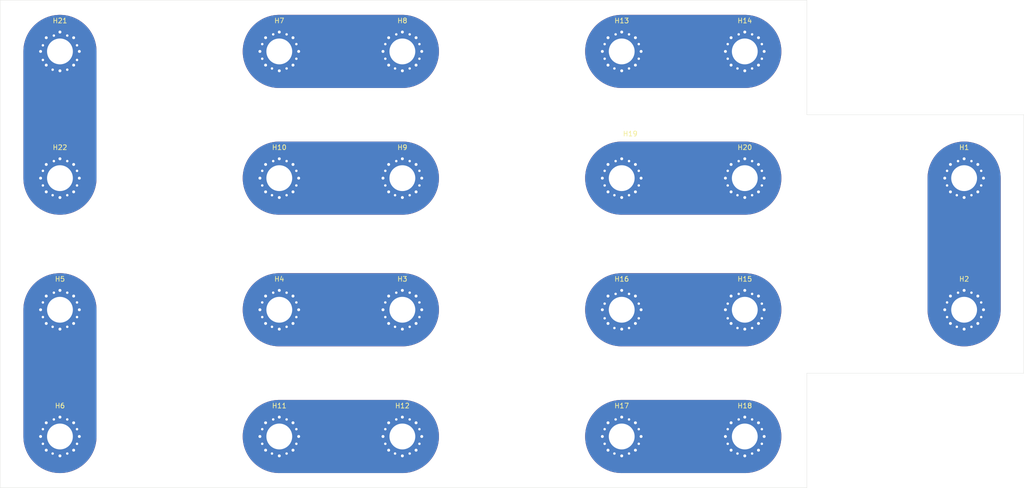
<source format=kicad_pcb>
(kicad_pcb (version 20240108) (generator "pcbnew") (generator_version "8.0")
  (layers (0 "F.Cu" signal) (1 "In1.Cu" signal) (2 "In2.Cu" signal) (3 "In3.Cu" signal) (4 "In4.Cu" signal) (31 "B.Cu" signal) (34 "B.Paste" user) (35 "F.Paste" user) (36 "B.SilkS" user "B.Silkscreen") (37 "F.SilkS" user "F.Silkscreen") (38 "B.Mask" user) (39 "F.Mask" user) (44 "Edge.Cuts" user))
  (net 0 "")
  (net 1 "Net-(H1-Pad1)")
  (net 2 "Net-(H3-Pad1)")
  (net 3 "Net-(H5-Pad1)")
  (net 4 "Net-(H7-Pad1)")
  (net 5 "Net-(H10-Pad1)")
  (net 6 "Net-(H11-Pad1)")
  (net 7 "Net-(H13-Pad1)")
  (net 8 "Net-(H15-Pad1)")
  (net 9 "Net-(H17-Pad1)")
  (net 10 "Net-(H19-Pad1)")
  (net 11 "Net-(H21-Pad1)")
  (footprint "MountingHole:MountingHole_5.3mm_M5_Pad_Via" (layer "F.Cu") (at 122.5 113.5)
    (property "Reference" "H3" (at 0 -6.3 0) (layer "F.SilkS"))
    (property "Value" "MountingHole_Pad")
    (pad "1" thru_hole circle (at -3.975 0) (size 0.9 0.9) (drill 0.6) (layers "*.Cu" "*.Mask") (net 2 "Net-(H3-Pad1)"))
    (pad "1" thru_hole circle (at -2.810749 -2.810749) (size 0.9 0.9) (drill 0.6) (layers "*.Cu" "*.Mask") (net 2 "Net-(H3-Pad1)"))
    (pad "1" thru_hole circle (at -2.810749 2.810749) (size 0.9 0.9) (drill 0.6) (layers "*.Cu" "*.Mask") (net 2 "Net-(H3-Pad1)"))
    (pad "1" thru_hole circle (at 0 -3.975) (size 0.9 0.9) (drill 0.6) (layers "*.Cu" "*.Mask") (net 2 "Net-(H3-Pad1)"))
    (pad "1" thru_hole circle (at 0 0) (size 10.6 10.6) (drill 5.3) (layers "*.Cu" "*.Mask") (net 2 "Net-(H3-Pad1)"))
    (pad "1" thru_hole circle (at 0 3.975) (size 0.9 0.9) (drill 0.6) (layers "*.Cu" "*.Mask") (net 2 "Net-(H3-Pad1)"))
    (pad "1" thru_hole circle (at 2.810749 -2.810749) (size 0.9 0.9) (drill 0.6) (layers "*.Cu" "*.Mask") (net 2 "Net-(H3-Pad1)"))
    (pad "1" thru_hole circle (at 2.810749 2.810749) (size 0.9 0.9) (drill 0.6) (layers "*.Cu" "*.Mask") (net 2 "Net-(H3-Pad1)"))
    (pad "1" thru_hole circle (at 3.975 0) (size 0.9 0.9) (drill 0.6) (layers "*.Cu" "*.Mask") (net 2 "Net-(H3-Pad1)"))
  )
  (footprint "MountingHole:MountingHole_5.3mm_M5_Pad_Via" (layer "F.Cu") (at 237.75 113.5)
    (property "Reference" "H2" (at 0 -6.3 0) (layer "F.SilkS"))
    (property "Value" "MountingHole_Pad")
    (pad "1" thru_hole circle (at -3.975 0) (size 0.9 0.9) (drill 0.6) (layers "*.Cu" "*.Mask") (net 1 "Net-(H1-Pad1)"))
    (pad "1" thru_hole circle (at -2.810749 -2.810749) (size 0.9 0.9) (drill 0.6) (layers "*.Cu" "*.Mask") (net 1 "Net-(H1-Pad1)"))
    (pad "1" thru_hole circle (at -2.810749 2.810749) (size 0.9 0.9) (drill 0.6) (layers "*.Cu" "*.Mask") (net 1 "Net-(H1-Pad1)"))
    (pad "1" thru_hole circle (at 0 -3.975) (size 0.9 0.9) (drill 0.6) (layers "*.Cu" "*.Mask") (net 1 "Net-(H1-Pad1)"))
    (pad "1" thru_hole circle (at 0 0) (size 10.6 10.6) (drill 5.3) (layers "*.Cu" "*.Mask") (net 1 "Net-(H1-Pad1)"))
    (pad "1" thru_hole circle (at 0 3.975) (size 0.9 0.9) (drill 0.6) (layers "*.Cu" "*.Mask") (net 1 "Net-(H1-Pad1)"))
    (pad "1" thru_hole circle (at 2.810749 -2.810749) (size 0.9 0.9) (drill 0.6) (layers "*.Cu" "*.Mask") (net 1 "Net-(H1-Pad1)"))
    (pad "1" thru_hole circle (at 2.810749 2.810749) (size 0.9 0.9) (drill 0.6) (layers "*.Cu" "*.Mask") (net 1 "Net-(H1-Pad1)"))
    (pad "1" thru_hole circle (at 3.975 0) (size 0.9 0.9) (drill 0.6) (layers "*.Cu" "*.Mask") (net 1 "Net-(H1-Pad1)"))
  )
  (footprint "MountingHole:MountingHole_5.3mm_M5_Pad_Via" (layer "F.Cu") (at 192.75 60.5)
    (property "Reference" "H14" (at 0 -6.3 0) (layer "F.SilkS"))
    (property "Value" "MountingHole_Pad")
    (pad "1" thru_hole circle (at -3.975 0) (size 0.9 0.9) (drill 0.6) (layers "*.Cu" "*.Mask") (net 7 "Net-(H13-Pad1)"))
    (pad "1" thru_hole circle (at -2.810749 -2.810749) (size 0.9 0.9) (drill 0.6) (layers "*.Cu" "*.Mask") (net 7 "Net-(H13-Pad1)"))
    (pad "1" thru_hole circle (at -2.810749 2.810749) (size 0.9 0.9) (drill 0.6) (layers "*.Cu" "*.Mask") (net 7 "Net-(H13-Pad1)"))
    (pad "1" thru_hole circle (at 0 -3.975) (size 0.9 0.9) (drill 0.6) (layers "*.Cu" "*.Mask") (net 7 "Net-(H13-Pad1)"))
    (pad "1" thru_hole circle (at 0 0) (size 10.6 10.6) (drill 5.3) (layers "*.Cu" "*.Mask") (net 7 "Net-(H13-Pad1)"))
    (pad "1" thru_hole circle (at 0 3.975) (size 0.9 0.9) (drill 0.6) (layers "*.Cu" "*.Mask") (net 7 "Net-(H13-Pad1)"))
    (pad "1" thru_hole circle (at 2.810749 -2.810749) (size 0.9 0.9) (drill 0.6) (layers "*.Cu" "*.Mask") (net 7 "Net-(H13-Pad1)"))
    (pad "1" thru_hole circle (at 2.810749 2.810749) (size 0.9 0.9) (drill 0.6) (layers "*.Cu" "*.Mask") (net 7 "Net-(H13-Pad1)"))
    (pad "1" thru_hole circle (at 3.975 0) (size 0.9 0.9) (drill 0.6) (layers "*.Cu" "*.Mask") (net 7 "Net-(H13-Pad1)"))
  )
  (footprint "MountingHole:MountingHole_5.3mm_M5_Pad_Via" (layer "F.Cu") (at 97.25 60.5)
    (property "Reference" "H7" (at 0 -6.3 0) (layer "F.SilkS"))
    (property "Value" "MountingHole_Pad")
    (pad "1" thru_hole circle (at -3.975 0) (size 0.9 0.9) (drill 0.6) (layers "*.Cu" "*.Mask") (net 4 "Net-(H7-Pad1)"))
    (pad "1" thru_hole circle (at -2.810749 -2.810749) (size 0.9 0.9) (drill 0.6) (layers "*.Cu" "*.Mask") (net 4 "Net-(H7-Pad1)"))
    (pad "1" thru_hole circle (at -2.810749 2.810749) (size 0.9 0.9) (drill 0.6) (layers "*.Cu" "*.Mask") (net 4 "Net-(H7-Pad1)"))
    (pad "1" thru_hole circle (at 0 -3.975) (size 0.9 0.9) (drill 0.6) (layers "*.Cu" "*.Mask") (net 4 "Net-(H7-Pad1)"))
    (pad "1" thru_hole circle (at 0 0) (size 10.6 10.6) (drill 5.3) (layers "*.Cu" "*.Mask") (net 4 "Net-(H7-Pad1)"))
    (pad "1" thru_hole circle (at 0 3.975) (size 0.9 0.9) (drill 0.6) (layers "*.Cu" "*.Mask") (net 4 "Net-(H7-Pad1)"))
    (pad "1" thru_hole circle (at 2.810749 -2.810749) (size 0.9 0.9) (drill 0.6) (layers "*.Cu" "*.Mask") (net 4 "Net-(H7-Pad1)"))
    (pad "1" thru_hole circle (at 2.810749 2.810749) (size 0.9 0.9) (drill 0.6) (layers "*.Cu" "*.Mask") (net 4 "Net-(H7-Pad1)"))
    (pad "1" thru_hole circle (at 3.975 0) (size 0.9 0.9) (drill 0.6) (layers "*.Cu" "*.Mask") (net 4 "Net-(H7-Pad1)"))
  )
  (footprint "MountingHole:MountingHole_5.3mm_M5_Pad_Via" (layer "F.Cu") (at 52.25 139.5)
    (property "Reference" "H6" (at 0 -6.3 0) (layer "F.SilkS"))
    (property "Value" "MountingHole_Pad")
    (pad "1" thru_hole circle (at -3.975 0) (size 0.9 0.9) (drill 0.6) (layers "*.Cu" "*.Mask") (net 3 "Net-(H5-Pad1)"))
    (pad "1" thru_hole circle (at -2.810749 -2.810749) (size 0.9 0.9) (drill 0.6) (layers "*.Cu" "*.Mask") (net 3 "Net-(H5-Pad1)"))
    (pad "1" thru_hole circle (at -2.810749 2.810749) (size 0.9 0.9) (drill 0.6) (layers "*.Cu" "*.Mask") (net 3 "Net-(H5-Pad1)"))
    (pad "1" thru_hole circle (at 0 -3.975) (size 0.9 0.9) (drill 0.6) (layers "*.Cu" "*.Mask") (net 3 "Net-(H5-Pad1)"))
    (pad "1" thru_hole circle (at 0 0) (size 10.6 10.6) (drill 5.3) (layers "*.Cu" "*.Mask") (net 3 "Net-(H5-Pad1)"))
    (pad "1" thru_hole circle (at 0 3.975) (size 0.9 0.9) (drill 0.6) (layers "*.Cu" "*.Mask") (net 3 "Net-(H5-Pad1)"))
    (pad "1" thru_hole circle (at 2.810749 -2.810749) (size 0.9 0.9) (drill 0.6) (layers "*.Cu" "*.Mask") (net 3 "Net-(H5-Pad1)"))
    (pad "1" thru_hole circle (at 2.810749 2.810749) (size 0.9 0.9) (drill 0.6) (layers "*.Cu" "*.Mask") (net 3 "Net-(H5-Pad1)"))
    (pad "1" thru_hole circle (at 3.975 0) (size 0.9 0.9) (drill 0.6) (layers "*.Cu" "*.Mask") (net 3 "Net-(H5-Pad1)"))
  )
  (footprint "MountingHole:MountingHole_5.3mm_M5_Pad_Via" (layer "F.Cu") (at 237.75 86.5)
    (property "Reference" "H1" (at 0 -6.3 0) (layer "F.SilkS"))
    (property "Value" "MountingHole_Pad")
    (pad "1" thru_hole circle (at -3.975 0) (size 0.9 0.9) (drill 0.6) (layers "*.Cu" "*.Mask") (net 1 "Net-(H1-Pad1)"))
    (pad "1" thru_hole circle (at -2.810749 -2.810749) (size 0.9 0.9) (drill 0.6) (layers "*.Cu" "*.Mask") (net 1 "Net-(H1-Pad1)"))
    (pad "1" thru_hole circle (at -2.810749 2.810749) (size 0.9 0.9) (drill 0.6) (layers "*.Cu" "*.Mask") (net 1 "Net-(H1-Pad1)"))
    (pad "1" thru_hole circle (at 0 -3.975) (size 0.9 0.9) (drill 0.6) (layers "*.Cu" "*.Mask") (net 1 "Net-(H1-Pad1)"))
    (pad "1" thru_hole circle (at 0 0) (size 10.6 10.6) (drill 5.3) (layers "*.Cu" "*.Mask") (net 1 "Net-(H1-Pad1)"))
    (pad "1" thru_hole circle (at 0 3.975) (size 0.9 0.9) (drill 0.6) (layers "*.Cu" "*.Mask") (net 1 "Net-(H1-Pad1)"))
    (pad "1" thru_hole circle (at 2.810749 -2.810749) (size 0.9 0.9) (drill 0.6) (layers "*.Cu" "*.Mask") (net 1 "Net-(H1-Pad1)"))
    (pad "1" thru_hole circle (at 2.810749 2.810749) (size 0.9 0.9) (drill 0.6) (layers "*.Cu" "*.Mask") (net 1 "Net-(H1-Pad1)"))
    (pad "1" thru_hole circle (at 3.975 0) (size 0.9 0.9) (drill 0.6) (layers "*.Cu" "*.Mask") (net 1 "Net-(H1-Pad1)"))
  )
  (footprint "MountingHole:MountingHole_5.3mm_M5_Pad_Via" (layer "F.Cu") (at 97.25 139.5)
    (property "Reference" "H11" (at 0 -6.3 0) (layer "F.SilkS"))
    (property "Value" "MountingHole_Pad")
    (pad "1" thru_hole circle (at -3.975 0) (size 0.9 0.9) (drill 0.6) (layers "*.Cu" "*.Mask") (net 6 "Net-(H11-Pad1)"))
    (pad "1" thru_hole circle (at -2.810749 -2.810749) (size 0.9 0.9) (drill 0.6) (layers "*.Cu" "*.Mask") (net 6 "Net-(H11-Pad1)"))
    (pad "1" thru_hole circle (at -2.810749 2.810749) (size 0.9 0.9) (drill 0.6) (layers "*.Cu" "*.Mask") (net 6 "Net-(H11-Pad1)"))
    (pad "1" thru_hole circle (at 0 -3.975) (size 0.9 0.9) (drill 0.6) (layers "*.Cu" "*.Mask") (net 6 "Net-(H11-Pad1)"))
    (pad "1" thru_hole circle (at 0 0) (size 10.6 10.6) (drill 5.3) (layers "*.Cu" "*.Mask") (net 6 "Net-(H11-Pad1)"))
    (pad "1" thru_hole circle (at 0 3.975) (size 0.9 0.9) (drill 0.6) (layers "*.Cu" "*.Mask") (net 6 "Net-(H11-Pad1)"))
    (pad "1" thru_hole circle (at 2.810749 -2.810749) (size 0.9 0.9) (drill 0.6) (layers "*.Cu" "*.Mask") (net 6 "Net-(H11-Pad1)"))
    (pad "1" thru_hole circle (at 2.810749 2.810749) (size 0.9 0.9) (drill 0.6) (layers "*.Cu" "*.Mask") (net 6 "Net-(H11-Pad1)"))
    (pad "1" thru_hole circle (at 3.975 0) (size 0.9 0.9) (drill 0.6) (layers "*.Cu" "*.Mask") (net 6 "Net-(H11-Pad1)"))
  )
  (footprint "MountingHole:MountingHole_5.3mm_M5_Pad_Via" (layer "F.Cu") (at 167.5 86.5)
    (property "Reference" "H19" (at 1.75 -9.1 0) (layer "F.SilkS"))
    (property "Value" "MountingHole_Pad")
    (pad "1" thru_hole circle (at -3.975 0) (size 0.9 0.9) (drill 0.6) (layers "*.Cu" "*.Mask") (net 10 "Net-(H19-Pad1)"))
    (pad "1" thru_hole circle (at -2.810749 -2.810749) (size 0.9 0.9) (drill 0.6) (layers "*.Cu" "*.Mask") (net 10 "Net-(H19-Pad1)"))
    (pad "1" thru_hole circle (at -2.810749 2.810749) (size 0.9 0.9) (drill 0.6) (layers "*.Cu" "*.Mask") (net 10 "Net-(H19-Pad1)"))
    (pad "1" thru_hole circle (at 0 -3.975) (size 0.9 0.9) (drill 0.6) (layers "*.Cu" "*.Mask") (net 10 "Net-(H19-Pad1)"))
    (pad "1" thru_hole circle (at 0 0) (size 10.6 10.6) (drill 5.3) (layers "*.Cu" "*.Mask") (net 10 "Net-(H19-Pad1)"))
    (pad "1" thru_hole circle (at 0 3.975) (size 0.9 0.9) (drill 0.6) (layers "*.Cu" "*.Mask") (net 10 "Net-(H19-Pad1)"))
    (pad "1" thru_hole circle (at 2.810749 -2.810749) (size 0.9 0.9) (drill 0.6) (layers "*.Cu" "*.Mask") (net 10 "Net-(H19-Pad1)"))
    (pad "1" thru_hole circle (at 2.810749 2.810749) (size 0.9 0.9) (drill 0.6) (layers "*.Cu" "*.Mask") (net 10 "Net-(H19-Pad1)"))
    (pad "1" thru_hole circle (at 3.975 0) (size 0.9 0.9) (drill 0.6) (layers "*.Cu" "*.Mask") (net 10 "Net-(H19-Pad1)"))
  )
  (footprint "MountingHole:MountingHole_5.3mm_M5_Pad_Via" (layer "F.Cu") (at 192.75 139.5)
    (property "Reference" "H18" (at 0 -6.3 0) (layer "F.SilkS"))
    (property "Value" "MountingHole_Pad")
    (pad "1" thru_hole circle (at -3.975 0) (size 0.9 0.9) (drill 0.6) (layers "*.Cu" "*.Mask") (net 9 "Net-(H17-Pad1)"))
    (pad "1" thru_hole circle (at -2.810749 -2.810749) (size 0.9 0.9) (drill 0.6) (layers "*.Cu" "*.Mask") (net 9 "Net-(H17-Pad1)"))
    (pad "1" thru_hole circle (at -2.810749 2.810749) (size 0.9 0.9) (drill 0.6) (layers "*.Cu" "*.Mask") (net 9 "Net-(H17-Pad1)"))
    (pad "1" thru_hole circle (at 0 -3.975) (size 0.9 0.9) (drill 0.6) (layers "*.Cu" "*.Mask") (net 9 "Net-(H17-Pad1)"))
    (pad "1" thru_hole circle (at 0 0) (size 10.6 10.6) (drill 5.3) (layers "*.Cu" "*.Mask") (net 9 "Net-(H17-Pad1)"))
    (pad "1" thru_hole circle (at 0 3.975) (size 0.9 0.9) (drill 0.6) (layers "*.Cu" "*.Mask") (net 9 "Net-(H17-Pad1)"))
    (pad "1" thru_hole circle (at 2.810749 -2.810749) (size 0.9 0.9) (drill 0.6) (layers "*.Cu" "*.Mask") (net 9 "Net-(H17-Pad1)"))
    (pad "1" thru_hole circle (at 2.810749 2.810749) (size 0.9 0.9) (drill 0.6) (layers "*.Cu" "*.Mask") (net 9 "Net-(H17-Pad1)"))
    (pad "1" thru_hole circle (at 3.975 0) (size 0.9 0.9) (drill 0.6) (layers "*.Cu" "*.Mask") (net 9 "Net-(H17-Pad1)"))
  )
  (footprint "MountingHole:MountingHole_5.3mm_M5_Pad_Via" (layer "F.Cu") (at 97.25 86.5)
    (property "Reference" "H10" (at 0 -6.3 0) (layer "F.SilkS"))
    (property "Value" "MountingHole_Pad")
    (pad "1" thru_hole circle (at -3.975 0) (size 0.9 0.9) (drill 0.6) (layers "*.Cu" "*.Mask") (net 5 "Net-(H10-Pad1)"))
    (pad "1" thru_hole circle (at -2.810749 -2.810749) (size 0.9 0.9) (drill 0.6) (layers "*.Cu" "*.Mask") (net 5 "Net-(H10-Pad1)"))
    (pad "1" thru_hole circle (at -2.810749 2.810749) (size 0.9 0.9) (drill 0.6) (layers "*.Cu" "*.Mask") (net 5 "Net-(H10-Pad1)"))
    (pad "1" thru_hole circle (at 0 -3.975) (size 0.9 0.9) (drill 0.6) (layers "*.Cu" "*.Mask") (net 5 "Net-(H10-Pad1)"))
    (pad "1" thru_hole circle (at 0 0) (size 10.6 10.6) (drill 5.3) (layers "*.Cu" "*.Mask") (net 5 "Net-(H10-Pad1)"))
    (pad "1" thru_hole circle (at 0 3.975) (size 0.9 0.9) (drill 0.6) (layers "*.Cu" "*.Mask") (net 5 "Net-(H10-Pad1)"))
    (pad "1" thru_hole circle (at 2.810749 -2.810749) (size 0.9 0.9) (drill 0.6) (layers "*.Cu" "*.Mask") (net 5 "Net-(H10-Pad1)"))
    (pad "1" thru_hole circle (at 2.810749 2.810749) (size 0.9 0.9) (drill 0.6) (layers "*.Cu" "*.Mask") (net 5 "Net-(H10-Pad1)"))
    (pad "1" thru_hole circle (at 3.975 0) (size 0.9 0.9) (drill 0.6) (layers "*.Cu" "*.Mask") (net 5 "Net-(H10-Pad1)"))
  )
  (footprint "MountingHole:MountingHole_5.3mm_M5_Pad_Via" (layer "F.Cu") (at 97.25 113.5)
    (property "Reference" "H4" (at 0 -6.3 0) (layer "F.SilkS"))
    (property "Value" "MountingHole_Pad")
    (pad "1" thru_hole circle (at -3.975 0) (size 0.9 0.9) (drill 0.6) (layers "*.Cu" "*.Mask") (net 2 "Net-(H3-Pad1)"))
    (pad "1" thru_hole circle (at -2.810749 -2.810749) (size 0.9 0.9) (drill 0.6) (layers "*.Cu" "*.Mask") (net 2 "Net-(H3-Pad1)"))
    (pad "1" thru_hole circle (at -2.810749 2.810749) (size 0.9 0.9) (drill 0.6) (layers "*.Cu" "*.Mask") (net 2 "Net-(H3-Pad1)"))
    (pad "1" thru_hole circle (at 0 -3.975) (size 0.9 0.9) (drill 0.6) (layers "*.Cu" "*.Mask") (net 2 "Net-(H3-Pad1)"))
    (pad "1" thru_hole circle (at 0 0) (size 10.6 10.6) (drill 5.3) (layers "*.Cu" "*.Mask") (net 2 "Net-(H3-Pad1)"))
    (pad "1" thru_hole circle (at 0 3.975) (size 0.9 0.9) (drill 0.6) (layers "*.Cu" "*.Mask") (net 2 "Net-(H3-Pad1)"))
    (pad "1" thru_hole circle (at 2.810749 -2.810749) (size 0.9 0.9) (drill 0.6) (layers "*.Cu" "*.Mask") (net 2 "Net-(H3-Pad1)"))
    (pad "1" thru_hole circle (at 2.810749 2.810749) (size 0.9 0.9) (drill 0.6) (layers "*.Cu" "*.Mask") (net 2 "Net-(H3-Pad1)"))
    (pad "1" thru_hole circle (at 3.975 0) (size 0.9 0.9) (drill 0.6) (layers "*.Cu" "*.Mask") (net 2 "Net-(H3-Pad1)"))
  )
  (footprint "MountingHole:MountingHole_5.3mm_M5_Pad_Via" (layer "F.Cu") (at 122.5 60.5)
    (property "Reference" "H8" (at 0 -6.3 0) (layer "F.SilkS"))
    (property "Value" "MountingHole_Pad")
    (pad "1" thru_hole circle (at -3.975 0) (size 0.9 0.9) (drill 0.6) (layers "*.Cu" "*.Mask") (net 4 "Net-(H7-Pad1)"))
    (pad "1" thru_hole circle (at -2.810749 -2.810749) (size 0.9 0.9) (drill 0.6) (layers "*.Cu" "*.Mask") (net 4 "Net-(H7-Pad1)"))
    (pad "1" thru_hole circle (at -2.810749 2.810749) (size 0.9 0.9) (drill 0.6) (layers "*.Cu" "*.Mask") (net 4 "Net-(H7-Pad1)"))
    (pad "1" thru_hole circle (at 0 -3.975) (size 0.9 0.9) (drill 0.6) (layers "*.Cu" "*.Mask") (net 4 "Net-(H7-Pad1)"))
    (pad "1" thru_hole circle (at 0 0) (size 10.6 10.6) (drill 5.3) (layers "*.Cu" "*.Mask") (net 4 "Net-(H7-Pad1)"))
    (pad "1" thru_hole circle (at 0 3.975) (size 0.9 0.9) (drill 0.6) (layers "*.Cu" "*.Mask") (net 4 "Net-(H7-Pad1)"))
    (pad "1" thru_hole circle (at 2.810749 -2.810749) (size 0.9 0.9) (drill 0.6) (layers "*.Cu" "*.Mask") (net 4 "Net-(H7-Pad1)"))
    (pad "1" thru_hole circle (at 2.810749 2.810749) (size 0.9 0.9) (drill 0.6) (layers "*.Cu" "*.Mask") (net 4 "Net-(H7-Pad1)"))
    (pad "1" thru_hole circle (at 3.975 0) (size 0.9 0.9) (drill 0.6) (layers "*.Cu" "*.Mask") (net 4 "Net-(H7-Pad1)"))
  )
  (footprint "MountingHole:MountingHole_5.3mm_M5_Pad_Via" (layer "F.Cu") (at 122.5 139.5)
    (property "Reference" "H12" (at 0 -6.3 0) (layer "F.SilkS"))
    (property "Value" "MountingHole_Pad")
    (pad "1" thru_hole circle (at -3.975 0) (size 0.9 0.9) (drill 0.6) (layers "*.Cu" "*.Mask") (net 6 "Net-(H11-Pad1)"))
    (pad "1" thru_hole circle (at -2.810749 -2.810749) (size 0.9 0.9) (drill 0.6) (layers "*.Cu" "*.Mask") (net 6 "Net-(H11-Pad1)"))
    (pad "1" thru_hole circle (at -2.810749 2.810749) (size 0.9 0.9) (drill 0.6) (layers "*.Cu" "*.Mask") (net 6 "Net-(H11-Pad1)"))
    (pad "1" thru_hole circle (at 0 -3.975) (size 0.9 0.9) (drill 0.6) (layers "*.Cu" "*.Mask") (net 6 "Net-(H11-Pad1)"))
    (pad "1" thru_hole circle (at 0 0) (size 10.6 10.6) (drill 5.3) (layers "*.Cu" "*.Mask") (net 6 "Net-(H11-Pad1)"))
    (pad "1" thru_hole circle (at 0 3.975) (size 0.9 0.9) (drill 0.6) (layers "*.Cu" "*.Mask") (net 6 "Net-(H11-Pad1)"))
    (pad "1" thru_hole circle (at 2.810749 -2.810749) (size 0.9 0.9) (drill 0.6) (layers "*.Cu" "*.Mask") (net 6 "Net-(H11-Pad1)"))
    (pad "1" thru_hole circle (at 2.810749 2.810749) (size 0.9 0.9) (drill 0.6) (layers "*.Cu" "*.Mask") (net 6 "Net-(H11-Pad1)"))
    (pad "1" thru_hole circle (at 3.975 0) (size 0.9 0.9) (drill 0.6) (layers "*.Cu" "*.Mask") (net 6 "Net-(H11-Pad1)"))
  )
  (footprint "MountingHole:MountingHole_5.3mm_M5_Pad_Via" (layer "F.Cu") (at 167.5 113.5)
    (property "Reference" "H16" (at 0 -6.3 0) (layer "F.SilkS"))
    (property "Value" "MountingHole_Pad")
    (pad "1" thru_hole circle (at -3.975 0) (size 0.9 0.9) (drill 0.6) (layers "*.Cu" "*.Mask") (net 8 "Net-(H15-Pad1)"))
    (pad "1" thru_hole circle (at -2.810749 -2.810749) (size 0.9 0.9) (drill 0.6) (layers "*.Cu" "*.Mask") (net 8 "Net-(H15-Pad1)"))
    (pad "1" thru_hole circle (at -2.810749 2.810749) (size 0.9 0.9) (drill 0.6) (layers "*.Cu" "*.Mask") (net 8 "Net-(H15-Pad1)"))
    (pad "1" thru_hole circle (at 0 -3.975) (size 0.9 0.9) (drill 0.6) (layers "*.Cu" "*.Mask") (net 8 "Net-(H15-Pad1)"))
    (pad "1" thru_hole circle (at 0 0) (size 10.6 10.6) (drill 5.3) (layers "*.Cu" "*.Mask") (net 8 "Net-(H15-Pad1)"))
    (pad "1" thru_hole circle (at 0 3.975) (size 0.9 0.9) (drill 0.6) (layers "*.Cu" "*.Mask") (net 8 "Net-(H15-Pad1)"))
    (pad "1" thru_hole circle (at 2.810749 -2.810749) (size 0.9 0.9) (drill 0.6) (layers "*.Cu" "*.Mask") (net 8 "Net-(H15-Pad1)"))
    (pad "1" thru_hole circle (at 2.810749 2.810749) (size 0.9 0.9) (drill 0.6) (layers "*.Cu" "*.Mask") (net 8 "Net-(H15-Pad1)"))
    (pad "1" thru_hole circle (at 3.975 0) (size 0.9 0.9) (drill 0.6) (layers "*.Cu" "*.Mask") (net 8 "Net-(H15-Pad1)"))
  )
  (footprint "MountingHole:MountingHole_5.3mm_M5_Pad_Via" (layer "F.Cu") (at 167.5 139.5)
    (property "Reference" "H17" (at 0 -6.3 0) (layer "F.SilkS"))
    (property "Value" "MountingHole_Pad")
    (pad "1" thru_hole circle (at -3.975 0) (size 0.9 0.9) (drill 0.6) (layers "*.Cu" "*.Mask") (net 9 "Net-(H17-Pad1)"))
    (pad "1" thru_hole circle (at -2.810749 -2.810749) (size 0.9 0.9) (drill 0.6) (layers "*.Cu" "*.Mask") (net 9 "Net-(H17-Pad1)"))
    (pad "1" thru_hole circle (at -2.810749 2.810749) (size 0.9 0.9) (drill 0.6) (layers "*.Cu" "*.Mask") (net 9 "Net-(H17-Pad1)"))
    (pad "1" thru_hole circle (at 0 -3.975) (size 0.9 0.9) (drill 0.6) (layers "*.Cu" "*.Mask") (net 9 "Net-(H17-Pad1)"))
    (pad "1" thru_hole circle (at 0 0) (size 10.6 10.6) (drill 5.3) (layers "*.Cu" "*.Mask") (net 9 "Net-(H17-Pad1)"))
    (pad "1" thru_hole circle (at 0 3.975) (size 0.9 0.9) (drill 0.6) (layers "*.Cu" "*.Mask") (net 9 "Net-(H17-Pad1)"))
    (pad "1" thru_hole circle (at 2.810749 -2.810749) (size 0.9 0.9) (drill 0.6) (layers "*.Cu" "*.Mask") (net 9 "Net-(H17-Pad1)"))
    (pad "1" thru_hole circle (at 2.810749 2.810749) (size 0.9 0.9) (drill 0.6) (layers "*.Cu" "*.Mask") (net 9 "Net-(H17-Pad1)"))
    (pad "1" thru_hole circle (at 3.975 0) (size 0.9 0.9) (drill 0.6) (layers "*.Cu" "*.Mask") (net 9 "Net-(H17-Pad1)"))
  )
  (footprint "MountingHole:MountingHole_5.3mm_M5_Pad_Via" (layer "F.Cu") (at 167.5 60.5)
    (property "Reference" "H13" (at 0 -6.3 0) (layer "F.SilkS"))
    (property "Value" "MountingHole_Pad")
    (pad "1" thru_hole circle (at -3.975 0) (size 0.9 0.9) (drill 0.6) (layers "*.Cu" "*.Mask") (net 7 "Net-(H13-Pad1)"))
    (pad "1" thru_hole circle (at -2.810749 -2.810749) (size 0.9 0.9) (drill 0.6) (layers "*.Cu" "*.Mask") (net 7 "Net-(H13-Pad1)"))
    (pad "1" thru_hole circle (at -2.810749 2.810749) (size 0.9 0.9) (drill 0.6) (layers "*.Cu" "*.Mask") (net 7 "Net-(H13-Pad1)"))
    (pad "1" thru_hole circle (at 0 -3.975) (size 0.9 0.9) (drill 0.6) (layers "*.Cu" "*.Mask") (net 7 "Net-(H13-Pad1)"))
    (pad "1" thru_hole circle (at 0 0) (size 10.6 10.6) (drill 5.3) (layers "*.Cu" "*.Mask") (net 7 "Net-(H13-Pad1)"))
    (pad "1" thru_hole circle (at 0 3.975) (size 0.9 0.9) (drill 0.6) (layers "*.Cu" "*.Mask") (net 7 "Net-(H13-Pad1)"))
    (pad "1" thru_hole circle (at 2.810749 -2.810749) (size 0.9 0.9) (drill 0.6) (layers "*.Cu" "*.Mask") (net 7 "Net-(H13-Pad1)"))
    (pad "1" thru_hole circle (at 2.810749 2.810749) (size 0.9 0.9) (drill 0.6) (layers "*.Cu" "*.Mask") (net 7 "Net-(H13-Pad1)"))
    (pad "1" thru_hole circle (at 3.975 0) (size 0.9 0.9) (drill 0.6) (layers "*.Cu" "*.Mask") (net 7 "Net-(H13-Pad1)"))
  )
  (footprint "MountingHole:MountingHole_5.3mm_M5_Pad_Via" (layer "F.Cu") (at 122.5 86.5)
    (property "Reference" "H9" (at 0 -6.3 0) (layer "F.SilkS"))
    (property "Value" "MountingHole_Pad")
    (pad "1" thru_hole circle (at -3.975 0) (size 0.9 0.9) (drill 0.6) (layers "*.Cu" "*.Mask") (net 5 "Net-(H10-Pad1)"))
    (pad "1" thru_hole circle (at -2.810749 -2.810749) (size 0.9 0.9) (drill 0.6) (layers "*.Cu" "*.Mask") (net 5 "Net-(H10-Pad1)"))
    (pad "1" thru_hole circle (at -2.810749 2.810749) (size 0.9 0.9) (drill 0.6) (layers "*.Cu" "*.Mask") (net 5 "Net-(H10-Pad1)"))
    (pad "1" thru_hole circle (at 0 -3.975) (size 0.9 0.9) (drill 0.6) (layers "*.Cu" "*.Mask") (net 5 "Net-(H10-Pad1)"))
    (pad "1" thru_hole circle (at 0 0) (size 10.6 10.6) (drill 5.3) (layers "*.Cu" "*.Mask") (net 5 "Net-(H10-Pad1)"))
    (pad "1" thru_hole circle (at 0 3.975) (size 0.9 0.9) (drill 0.6) (layers "*.Cu" "*.Mask") (net 5 "Net-(H10-Pad1)"))
    (pad "1" thru_hole circle (at 2.810749 -2.810749) (size 0.9 0.9) (drill 0.6) (layers "*.Cu" "*.Mask") (net 5 "Net-(H10-Pad1)"))
    (pad "1" thru_hole circle (at 2.810749 2.810749) (size 0.9 0.9) (drill 0.6) (layers "*.Cu" "*.Mask") (net 5 "Net-(H10-Pad1)"))
    (pad "1" thru_hole circle (at 3.975 0) (size 0.9 0.9) (drill 0.6) (layers "*.Cu" "*.Mask") (net 5 "Net-(H10-Pad1)"))
  )
  (footprint "MountingHole:MountingHole_5.3mm_M5_Pad_Via" (layer "F.Cu") (at 192.75 113.5)
    (property "Reference" "H15" (at 0 -6.3 0) (layer "F.SilkS"))
    (property "Value" "MountingHole_Pad")
    (pad "1" thru_hole circle (at -3.975 0) (size 0.9 0.9) (drill 0.6) (layers "*.Cu" "*.Mask") (net 8 "Net-(H15-Pad1)"))
    (pad "1" thru_hole circle (at -2.810749 -2.810749) (size 0.9 0.9) (drill 0.6) (layers "*.Cu" "*.Mask") (net 8 "Net-(H15-Pad1)"))
    (pad "1" thru_hole circle (at -2.810749 2.810749) (size 0.9 0.9) (drill 0.6) (layers "*.Cu" "*.Mask") (net 8 "Net-(H15-Pad1)"))
    (pad "1" thru_hole circle (at 0 -3.975) (size 0.9 0.9) (drill 0.6) (layers "*.Cu" "*.Mask") (net 8 "Net-(H15-Pad1)"))
    (pad "1" thru_hole circle (at 0 0) (size 10.6 10.6) (drill 5.3) (layers "*.Cu" "*.Mask") (net 8 "Net-(H15-Pad1)"))
    (pad "1" thru_hole circle (at 0 3.975) (size 0.9 0.9) (drill 0.6) (layers "*.Cu" "*.Mask") (net 8 "Net-(H15-Pad1)"))
    (pad "1" thru_hole circle (at 2.810749 -2.810749) (size 0.9 0.9) (drill 0.6) (layers "*.Cu" "*.Mask") (net 8 "Net-(H15-Pad1)"))
    (pad "1" thru_hole circle (at 2.810749 2.810749) (size 0.9 0.9) (drill 0.6) (layers "*.Cu" "*.Mask") (net 8 "Net-(H15-Pad1)"))
    (pad "1" thru_hole circle (at 3.975 0) (size 0.9 0.9) (drill 0.6) (layers "*.Cu" "*.Mask") (net 8 "Net-(H15-Pad1)"))
  )
  (footprint "MountingHole:MountingHole_5.3mm_M5_Pad_Via" (layer "F.Cu") (at 52.25 113.5)
    (property "Reference" "H5" (at 0 -6.3 0) (layer "F.SilkS"))
    (property "Value" "MountingHole_Pad")
    (pad "1" thru_hole circle (at -3.975 0) (size 0.9 0.9) (drill 0.6) (layers "*.Cu" "*.Mask") (net 3 "Net-(H5-Pad1)"))
    (pad "1" thru_hole circle (at -2.810749 -2.810749) (size 0.9 0.9) (drill 0.6) (layers "*.Cu" "*.Mask") (net 3 "Net-(H5-Pad1)"))
    (pad "1" thru_hole circle (at -2.810749 2.810749) (size 0.9 0.9) (drill 0.6) (layers "*.Cu" "*.Mask") (net 3 "Net-(H5-Pad1)"))
    (pad "1" thru_hole circle (at 0 -3.975) (size 0.9 0.9) (drill 0.6) (layers "*.Cu" "*.Mask") (net 3 "Net-(H5-Pad1)"))
    (pad "1" thru_hole circle (at 0 0) (size 10.6 10.6) (drill 5.3) (layers "*.Cu" "*.Mask") (net 3 "Net-(H5-Pad1)"))
    (pad "1" thru_hole circle (at 0 3.975) (size 0.9 0.9) (drill 0.6) (layers "*.Cu" "*.Mask") (net 3 "Net-(H5-Pad1)"))
    (pad "1" thru_hole circle (at 2.810749 -2.810749) (size 0.9 0.9) (drill 0.6) (layers "*.Cu" "*.Mask") (net 3 "Net-(H5-Pad1)"))
    (pad "1" thru_hole circle (at 2.810749 2.810749) (size 0.9 0.9) (drill 0.6) (layers "*.Cu" "*.Mask") (net 3 "Net-(H5-Pad1)"))
    (pad "1" thru_hole circle (at 3.975 0) (size 0.9 0.9) (drill 0.6) (layers "*.Cu" "*.Mask") (net 3 "Net-(H5-Pad1)"))
  )
  (footprint "MountingHole:MountingHole_5.3mm_M5_Pad_Via" (layer "F.Cu") (at 192.75 86.5)
    (property "Reference" "H20" (at 0 -6.3 0) (layer "F.SilkS"))
    (property "Value" "MountingHole_Pad")
    (pad "1" thru_hole circle (at -3.975 0) (size 0.9 0.9) (drill 0.6) (layers "*.Cu" "*.Mask") (net 10 "Net-(H19-Pad1)"))
    (pad "1" thru_hole circle (at -2.810749 -2.810749) (size 0.9 0.9) (drill 0.6) (layers "*.Cu" "*.Mask") (net 10 "Net-(H19-Pad1)"))
    (pad "1" thru_hole circle (at -2.810749 2.810749) (size 0.9 0.9) (drill 0.6) (layers "*.Cu" "*.Mask") (net 10 "Net-(H19-Pad1)"))
    (pad "1" thru_hole circle (at 0 -3.975) (size 0.9 0.9) (drill 0.6) (layers "*.Cu" "*.Mask") (net 10 "Net-(H19-Pad1)"))
    (pad "1" thru_hole circle (at 0 0) (size 10.6 10.6) (drill 5.3) (layers "*.Cu" "*.Mask") (net 10 "Net-(H19-Pad1)"))
    (pad "1" thru_hole circle (at 0 3.975) (size 0.9 0.9) (drill 0.6) (layers "*.Cu" "*.Mask") (net 10 "Net-(H19-Pad1)"))
    (pad "1" thru_hole circle (at 2.810749 -2.810749) (size 0.9 0.9) (drill 0.6) (layers "*.Cu" "*.Mask") (net 10 "Net-(H19-Pad1)"))
    (pad "1" thru_hole circle (at 2.810749 2.810749) (size 0.9 0.9) (drill 0.6) (layers "*.Cu" "*.Mask") (net 10 "Net-(H19-Pad1)"))
    (pad "1" thru_hole circle (at 3.975 0) (size 0.9 0.9) (drill 0.6) (layers "*.Cu" "*.Mask") (net 10 "Net-(H19-Pad1)"))
  )
  (footprint "MountingHole:MountingHole_5.3mm_M5_Pad_Via" (layer "F.Cu") (at 52.25 86.5)
    (property "Reference" "H22" (at 0 -6.3 0) (layer "F.SilkS"))
    (property "Value" "MountingHole_Pad")
    (pad "1" thru_hole circle (at -3.975 0) (size 0.9 0.9) (drill 0.6) (layers "*.Cu" "*.Mask") (net 11 "Net-(H21-Pad1)"))
    (pad "1" thru_hole circle (at -2.810749 -2.810749) (size 0.9 0.9) (drill 0.6) (layers "*.Cu" "*.Mask") (net 11 "Net-(H21-Pad1)"))
    (pad "1" thru_hole circle (at -2.810749 2.810749) (size 0.9 0.9) (drill 0.6) (layers "*.Cu" "*.Mask") (net 11 "Net-(H21-Pad1)"))
    (pad "1" thru_hole circle (at 0 -3.975) (size 0.9 0.9) (drill 0.6) (layers "*.Cu" "*.Mask") (net 11 "Net-(H21-Pad1)"))
    (pad "1" thru_hole circle (at 0 0) (size 10.6 10.6) (drill 5.3) (layers "*.Cu" "*.Mask") (net 11 "Net-(H21-Pad1)"))
    (pad "1" thru_hole circle (at 0 3.975) (size 0.9 0.9) (drill 0.6) (layers "*.Cu" "*.Mask") (net 11 "Net-(H21-Pad1)"))
    (pad "1" thru_hole circle (at 2.810749 -2.810749) (size 0.9 0.9) (drill 0.6) (layers "*.Cu" "*.Mask") (net 11 "Net-(H21-Pad1)"))
    (pad "1" thru_hole circle (at 2.810749 2.810749) (size 0.9 0.9) (drill 0.6) (layers "*.Cu" "*.Mask") (net 11 "Net-(H21-Pad1)"))
    (pad "1" thru_hole circle (at 3.975 0) (size 0.9 0.9) (drill 0.6) (layers "*.Cu" "*.Mask") (net 11 "Net-(H21-Pad1)"))
  )
  (footprint "MountingHole:MountingHole_5.3mm_M5_Pad_Via" (layer "F.Cu") (at 52.25 60.5)
    (property "Reference" "H21" (at 0 -6.3 0) (layer "F.SilkS"))
    (property "Value" "MountingHole_Pad")
    (pad "1" thru_hole circle (at -3.975 0) (size 0.9 0.9) (drill 0.6) (layers "*.Cu" "*.Mask") (net 11 "Net-(H21-Pad1)"))
    (pad "1" thru_hole circle (at -2.810749 -2.810749) (size 0.9 0.9) (drill 0.6) (layers "*.Cu" "*.Mask") (net 11 "Net-(H21-Pad1)"))
    (pad "1" thru_hole circle (at -2.810749 2.810749) (size 0.9 0.9) (drill 0.6) (layers "*.Cu" "*.Mask") (net 11 "Net-(H21-Pad1)"))
    (pad "1" thru_hole circle (at 0 -3.975) (size 0.9 0.9) (drill 0.6) (layers "*.Cu" "*.Mask") (net 11 "Net-(H21-Pad1)"))
    (pad "1" thru_hole circle (at 0 0) (size 10.6 10.6) (drill 5.3) (layers "*.Cu" "*.Mask") (net 11 "Net-(H21-Pad1)"))
    (pad "1" thru_hole circle (at 0 3.975) (size 0.9 0.9) (drill 0.6) (layers "*.Cu" "*.Mask") (net 11 "Net-(H21-Pad1)"))
    (pad "1" thru_hole circle (at 2.810749 -2.810749) (size 0.9 0.9) (drill 0.6) (layers "*.Cu" "*.Mask") (net 11 "Net-(H21-Pad1)"))
    (pad "1" thru_hole circle (at 2.810749 2.810749) (size 0.9 0.9) (drill 0.6) (layers "*.Cu" "*.Mask") (net 11 "Net-(H21-Pad1)"))
    (pad "1" thru_hole circle (at 3.975 0) (size 0.9 0.9) (drill 0.6) (layers "*.Cu" "*.Mask") (net 11 "Net-(H21-Pad1)"))
  )
  (gr_line (start 250 73.5) (end 250 126.5) (stroke (width 0.05)) (layer "Edge.Cuts"))
  (gr_line (start 40 150) (end 40 50) (stroke (width 0.05)) (layer "Edge.Cuts"))
  (gr_line (start 205.5 150) (end 205.5 126.5) (stroke (width 0.05)) (layer "Edge.Cuts"))
  (gr_line (start 250 126.5) (end 205.5 126.5) (stroke (width 0.05)) (layer "Edge.Cuts"))
  (gr_line (start 205.5 73.5) (end 250 73.5) (stroke (width 0.05)) (layer "Edge.Cuts"))
  (gr_line (start 205.5 150) (end 40 150) (stroke (width 0.05)) (layer "Edge.Cuts"))
  (gr_line (start 40 50) (end 205.5 50) (stroke (width 0.05)) (layer "Edge.Cuts"))
  (gr_line (start 205.5 73.5) (end 205.5 50) (stroke (width 0.05)) (layer "Edge.Cuts"))
  (segment (start 237.75 113.5) (end 237.75 86.5) (width 15) (layer "F.Cu") (net 1))
  (via (at 236.25 90) (size 1) (drill 0.5) (layers "F.Cu" "B.Cu") (net 1))
  (via (at 236.5 83) (size 1) (drill 0.5) (layers "F.Cu" "B.Cu") (net 1))
  (via (at 234.25 112) (size 1) (drill 0.5) (layers "F.Cu" "B.Cu") (net 1))
  (via (at 241.25 85) (size 1) (drill 0.5) (layers "F.Cu" "B.Cu") (net 1))
  (via (at 236.5 110) (size 1) (drill 0.5) (layers "F.Cu" "B.Cu") (net 1))
  (via (at 234.25 88) (size 1) (drill 0.5) (layers "F.Cu" "B.Cu") (net 1))
  (via (at 241.25 112) (size 1) (drill 0.5) (layers "F.Cu" "B.Cu") (net 1))
  (via (at 239.25 110) (size 1) (drill 0.5) (layers "F.Cu" "B.Cu") (net 1))
  (via (at 239.25 83) (size 1) (drill 0.5) (layers "F.Cu" "B.Cu") (net 1))
  (via (at 241.25 115) (size 1) (drill 0.5) (layers "F.Cu" "B.Cu") (net 1))
  (via (at 241.25 88) (size 1) (drill 0.5) (layers "F.Cu" "B.Cu") (net 1))
  (via (at 234.25 85) (size 1) (drill 0.5) (layers "F.Cu" "B.Cu") (net 1))
  (via (at 239.25 90) (size 1) (drill 0.5) (layers "F.Cu" "B.Cu") (net 1))
  (via (at 236.25 117) (size 1) (drill 0.5) (layers "F.Cu" "B.Cu") (net 1))
  (via (at 239.25 117) (size 1) (drill 0.5) (layers "F.Cu" "B.Cu") (net 1))
  (via (at 234.25 115) (size 1) (drill 0.5) (layers "F.Cu" "B.Cu") (net 1))
  (segment (start 237.75 86.5) (end 237.75 113.5) (width 15) (layer "B.Cu") (net 1))
  (segment (start 97.25 113.5) (end 122.5 113.5) (width 15) (layer "F.Cu") (net 2))
  (via (at 124 110) (size 1) (drill 0.5) (layers "F.Cu" "B.Cu") (net 2))
  (via (at 100.75 112) (size 1) (drill 0.5) (layers "F.Cu" "B.Cu") (net 2))
  (via (at 121.25 110) (size 1) (drill 0.5) (layers "F.Cu" "B.Cu") (net 2))
  (via (at 121 117) (size 1) (drill 0.5) (layers "F.Cu" "B.Cu") (net 2))
  (via (at 126 115) (size 1) (drill 0.5) (layers "F.Cu" "B.Cu") (net 2))
  (via (at 98.75 117) (size 1) (drill 0.5) (layers "F.Cu" "B.Cu") (net 2))
  (via (at 93.75 112) (size 1) (drill 0.5) (layers "F.Cu" "B.Cu") (net 2))
  (via (at 119 115) (size 1) (drill 0.5) (layers "F.Cu" "B.Cu") (net 2))
  (via (at 124 117) (size 1) (drill 0.5) (layers "F.Cu" "B.Cu") (net 2))
  (via (at 93.75 115) (size 1) (drill 0.5) (layers "F.Cu" "B.Cu") (net 2))
  (via (at 95.75 117) (size 1) (drill 0.5) (layers "F.Cu" "B.Cu") (net 2))
  (via (at 98.75 110) (size 1) (drill 0.5) (layers "F.Cu" "B.Cu") (net 2))
  (via (at 119 112) (size 1) (drill 0.5) (layers "F.Cu" "B.Cu") (net 2))
  (via (at 96 110) (size 1) (drill 0.5) (layers "F.Cu" "B.Cu") (net 2))
  (via (at 126 112) (size 1) (drill 0.5) (layers "F.Cu" "B.Cu") (net 2))
  (via (at 100.75 115) (size 1) (drill 0.5) (layers "F.Cu" "B.Cu") (net 2))
  (segment (start 97.25 113.5) (end 122.5 113.5) (width 15) (layer "B.Cu") (net 2))
  (segment (start 52.25 139.5) (end 52.25 113.5) (width 15) (layer "F.Cu") (net 3))
  (via (at 53.75 117) (size 1) (drill 0.5) (layers "F.Cu" "B.Cu") (net 3))
  (via (at 55.75 112) (size 1) (drill 0.5) (layers "F.Cu" "B.Cu") (net 3))
  (via (at 51 136) (size 1) (drill 0.5) (layers "F.Cu" "B.Cu") (net 3))
  (via (at 51 110) (size 1) (drill 0.5) (layers "F.Cu" "B.Cu") (net 3))
  (via (at 50.75 143) (size 1) (drill 0.5) (layers "F.Cu" "B.Cu") (net 3))
  (via (at 48.75 138) (size 1) (drill 0.5) (layers "F.Cu" "B.Cu") (net 3))
  (via (at 55.75 141) (size 1) (drill 0.5) (layers "F.Cu" "B.Cu") (net 3))
  (via (at 55.75 138) (size 1) (drill 0.5) (layers "F.Cu" "B.Cu") (net 3))
  (via (at 53.75 136) (size 1) (drill 0.5) (layers "F.Cu" "B.Cu") (net 3))
  (via (at 48.75 115) (size 1) (drill 0.5) (layers "F.Cu" "B.Cu") (net 3))
  (via (at 53.75 143) (size 1) (drill 0.5) (layers "F.Cu" "B.Cu") (net 3))
  (via (at 53.75 110) (size 1) (drill 0.5) (layers "F.Cu" "B.Cu") (net 3))
  (via (at 55.75 115) (size 1) (drill 0.5) (layers "F.Cu" "B.Cu") (net 3))
  (via (at 48.75 141) (size 1) (drill 0.5) (layers "F.Cu" "B.Cu") (net 3))
  (via (at 48.75 112) (size 1) (drill 0.5) (layers "F.Cu" "B.Cu") (net 3))
  (via (at 50.75 117) (size 1) (drill 0.5) (layers "F.Cu" "B.Cu") (net 3))
  (segment (start 52.25 139.5) (end 52.25 113.5) (width 15) (layer "B.Cu") (net 3))
  (segment (start 97.25 60.5) (end 122.5 60.5) (width 15) (layer "F.Cu") (net 4))
  (via (at 95.75 64) (size 1) (drill 0.5) (layers "F.Cu" "B.Cu") (net 4))
  (via (at 100.75 62) (size 1) (drill 0.5) (layers "F.Cu" "B.Cu") (net 4))
  (via (at 126 59) (size 1) (drill 0.5) (layers "F.Cu" "B.Cu") (net 4))
  (via (at 124 57) (size 1) (drill 0.5) (layers "F.Cu" "B.Cu") (net 4))
  (via (at 124 64) (size 1) (drill 0.5) (layers "F.Cu" "B.Cu") (net 4))
  (via (at 93.75 59) (size 1) (drill 0.5) (layers "F.Cu" "B.Cu") (net 4))
  (via (at 121 64) (size 1) (drill 0.5) (layers "F.Cu" "B.Cu") (net 4))
  (via (at 126 62) (size 1) (drill 0.5) (layers "F.Cu" "B.Cu") (net 4))
  (via (at 93.75 62) (size 1) (drill 0.5) (layers "F.Cu" "B.Cu") (net 4))
  (via (at 98.75 64) (size 1) (drill 0.5) (layers "F.Cu" "B.Cu") (net 4))
  (via (at 98.75 57) (size 1) (drill 0.5) (layers "F.Cu" "B.Cu") (net 4))
  (via (at 119 59) (size 1) (drill 0.5) (layers "F.Cu" "B.Cu") (net 4))
  (via (at 100.75 59) (size 1) (drill 0.5) (layers "F.Cu" "B.Cu") (net 4))
  (via (at 119 62) (size 1) (drill 0.5) (layers "F.Cu" "B.Cu") (net 4))
  (via (at 96 57) (size 1) (drill 0.5) (layers "F.Cu" "B.Cu") (net 4))
  (via (at 121.25 57) (size 1) (drill 0.5) (layers "F.Cu" "B.Cu") (net 4))
  (segment (start 97.25 60.5) (end 122.5 60.5) (width 15) (layer "B.Cu") (net 4))
  (segment (start 122.5 86.5) (end 97.25 86.5) (width 15) (layer "F.Cu") (net 5))
  (via (at 121.25 83) (size 1) (drill 0.5) (layers "F.Cu" "B.Cu") (net 5))
  (via (at 119 85) (size 1) (drill 0.5) (layers "F.Cu" "B.Cu") (net 5))
  (via (at 93.75 88) (size 1) (drill 0.5) (layers "F.Cu" "B.Cu") (net 5))
  (via (at 124 90) (size 1) (drill 0.5) (layers "F.Cu" "B.Cu") (net 5))
  (via (at 119 88) (size 1) (drill 0.5) (layers "F.Cu" "B.Cu") (net 5))
  (via (at 98.75 90) (size 1) (drill 0.5) (layers "F.Cu" "B.Cu") (net 5))
  (via (at 95.75 90) (size 1) (drill 0.5) (layers "F.Cu" "B.Cu") (net 5))
  (via (at 126 88) (size 1) (drill 0.5) (layers "F.Cu" "B.Cu") (net 5))
  (via (at 96 83) (size 1) (drill 0.5) (layers "F.Cu" "B.Cu") (net 5))
  (via (at 98.75 83) (size 1) (drill 0.5) (layers "F.Cu" "B.Cu") (net 5))
  (via (at 100.75 88) (size 1) (drill 0.5) (layers "F.Cu" "B.Cu") (net 5))
  (via (at 124 83) (size 1) (drill 0.5) (layers "F.Cu" "B.Cu") (net 5))
  (via (at 126 85) (size 1) (drill 0.5) (layers "F.Cu" "B.Cu") (net 5))
  (via (at 100.75 85) (size 1) (drill 0.5) (layers "F.Cu" "B.Cu") (net 5))
  (via (at 121 90) (size 1) (drill 0.5) (layers "F.Cu" "B.Cu") (net 5))
  (via (at 93.75 85) (size 1) (drill 0.5) (layers "F.Cu" "B.Cu") (net 5))
  (segment (start 97.25 86.5) (end 122.5 86.5) (width 15) (layer "B.Cu") (net 5))
  (segment (start 122.5 139.5) (end 97.25 139.5) (width 15) (layer "F.Cu") (net 6))
  (via (at 121 143) (size 1) (drill 0.5) (layers "F.Cu" "B.Cu") (net 6))
  (via (at 95.75 143) (size 1) (drill 0.5) (layers "F.Cu" "B.Cu") (net 6))
  (via (at 124 136) (size 1) (drill 0.5) (layers "F.Cu" "B.Cu") (net 6))
  (via (at 98.75 136) (size 1) (drill 0.5) (layers "F.Cu" "B.Cu") (net 6))
  (via (at 100.75 138) (size 1) (drill 0.5) (layers "F.Cu" "B.Cu") (net 6))
  (via (at 96 136) (size 1) (drill 0.5) (layers "F.Cu" "B.Cu") (net 6))
  (via (at 121.25 136) (size 1) (drill 0.5) (layers "F.Cu" "B.Cu") (net 6))
  (via (at 119 138) (size 1) (drill 0.5) (layers "F.Cu" "B.Cu") (net 6))
  (via (at 93.75 141) (size 1) (drill 0.5) (layers "F.Cu" "B.Cu") (net 6))
  (via (at 93.75 138) (size 1) (drill 0.5) (layers "F.Cu" "B.Cu") (net 6))
  (via (at 126 141) (size 1) (drill 0.5) (layers "F.Cu" "B.Cu") (net 6))
  (via (at 100.75 141) (size 1) (drill 0.5) (layers "F.Cu" "B.Cu") (net 6))
  (via (at 98.75 143) (size 1) (drill 0.5) (layers "F.Cu" "B.Cu") (net 6))
  (via (at 126 138) (size 1) (drill 0.5) (layers "F.Cu" "B.Cu") (net 6))
  (via (at 124 143) (size 1) (drill 0.5) (layers "F.Cu" "B.Cu") (net 6))
  (via (at 119 141) (size 1) (drill 0.5) (layers "F.Cu" "B.Cu") (net 6))
  (segment (start 122.5 139.5) (end 97.25 139.5) (width 15) (layer "B.Cu") (net 6))
  (segment (start 167.5 60.5) (end 192.75 60.5) (width 15) (layer "F.Cu") (net 7))
  (via (at 189.25 62) (size 1) (drill 0.5) (layers "F.Cu" "B.Cu") (net 7))
  (via (at 166.25 57) (size 1) (drill 0.5) (layers "F.Cu" "B.Cu") (net 7))
  (via (at 196.25 59) (size 1) (drill 0.5) (layers "F.Cu" "B.Cu") (net 7))
  (via (at 196.25 62) (size 1) (drill 0.5) (layers "F.Cu" "B.Cu") (net 7))
  (via (at 166 64) (size 1) (drill 0.5) (layers "F.Cu" "B.Cu") (net 7))
  (via (at 171 59) (size 1) (drill 0.5) (layers "F.Cu" "B.Cu") (net 7))
  (via (at 164 59) (size 1) (drill 0.5) (layers "F.Cu" "B.Cu") (net 7))
  (via (at 194.25 64) (size 1) (drill 0.5) (layers "F.Cu" "B.Cu") (net 7))
  (via (at 171 62) (size 1) (drill 0.5) (layers "F.Cu" "B.Cu") (net 7))
  (via (at 194.25 57) (size 1) (drill 0.5) (layers "F.Cu" "B.Cu") (net 7))
  (via (at 169 57) (size 1) (drill 0.5) (layers "F.Cu" "B.Cu") (net 7))
  (via (at 164 62) (size 1) (drill 0.5) (layers "F.Cu" "B.Cu") (net 7))
  (via (at 191.5 57) (size 1) (drill 0.5) (layers "F.Cu" "B.Cu") (net 7))
  (via (at 191.25 64) (size 1) (drill 0.5) (layers "F.Cu" "B.Cu") (net 7))
  (via (at 189.25 59) (size 1) (drill 0.5) (layers "F.Cu" "B.Cu") (net 7))
  (via (at 169 64) (size 1) (drill 0.5) (layers "F.Cu" "B.Cu") (net 7))
  (segment (start 167.5 60.5) (end 192.75 60.5) (width 15) (layer "B.Cu") (net 7))
  (segment (start 167.5 113.5) (end 192.75 113.5) (width 15) (layer "F.Cu") (net 8))
  (via (at 189.25 112.25) (size 1) (drill 0.5) (layers "F.Cu" "B.Cu") (net 8))
  (via (at 164 115.25) (size 1) (drill 0.5) (layers "F.Cu" "B.Cu") (net 8))
  (via (at 171 112.25) (size 1) (drill 0.5) (layers "F.Cu" "B.Cu") (net 8))
  (via (at 169 110.25) (size 1) (drill 0.5) (layers "F.Cu" "B.Cu") (net 8))
  (via (at 171 115.25) (size 1) (drill 0.5) (layers "F.Cu" "B.Cu") (net 8))
  (via (at 189.25 115.25) (size 1) (drill 0.5) (layers "F.Cu" "B.Cu") (net 8))
  (via (at 194.25 110.25) (size 1) (drill 0.5) (layers "F.Cu" "B.Cu") (net 8))
  (via (at 166 117.25) (size 1) (drill 0.5) (layers "F.Cu" "B.Cu") (net 8))
  (via (at 191.25 117.25) (size 1) (drill 0.5) (layers "F.Cu" "B.Cu") (net 8))
  (via (at 164 112.25) (size 1) (drill 0.5) (layers "F.Cu" "B.Cu") (net 8))
  (via (at 191.5 110.25) (size 1) (drill 0.5) (layers "F.Cu" "B.Cu") (net 8))
  (via (at 196.25 112.25) (size 1) (drill 0.5) (layers "F.Cu" "B.Cu") (net 8))
  (via (at 169 117.25) (size 1) (drill 0.5) (layers "F.Cu" "B.Cu") (net 8))
  (via (at 166.25 110.25) (size 1) (drill 0.5) (layers "F.Cu" "B.Cu") (net 8))
  (via (at 196.25 115.25) (size 1) (drill 0.5) (layers "F.Cu" "B.Cu") (net 8))
  (via (at 194.25 117.25) (size 1) (drill 0.5) (layers "F.Cu" "B.Cu") (net 8))
  (segment (start 167.5 113.5) (end 192.75 113.5) (width 15) (layer "B.Cu") (net 8))
  (segment (start 167.5 139.5) (end 192.75 139.5) (width 15) (layer "F.Cu") (net 9))
  (via (at 171 141) (size 1) (drill 0.5) (layers "F.Cu" "B.Cu") (net 9))
  (via (at 189.25 141) (size 1) (drill 0.5) (layers "F.Cu" "B.Cu") (net 9))
  (via (at 191.5 136) (size 1) (drill 0.5) (layers "F.Cu" "B.Cu") (net 9))
  (via (at 169 143) (size 1) (drill 0.5) (layers "F.Cu" "B.Cu") (net 9))
  (via (at 196.25 141) (size 1) (drill 0.5) (layers "F.Cu" "B.Cu") (net 9))
  (via (at 166.25 136) (size 1) (drill 0.5) (layers "F.Cu" "B.Cu") (net 9))
  (via (at 169 136) (size 1) (drill 0.5) (layers "F.Cu" "B.Cu") (net 9))
  (via (at 166 143) (size 1) (drill 0.5) (layers "F.Cu" "B.Cu") (net 9))
  (via (at 164 141) (size 1) (drill 0.5) (layers "F.Cu" "B.Cu") (net 9))
  (via (at 194.25 143) (size 1) (drill 0.5) (layers "F.Cu" "B.Cu") (net 9))
  (via (at 191.25 143) (size 1) (drill 0.5) (layers "F.Cu" "B.Cu") (net 9))
  (via (at 171 138) (size 1) (drill 0.5) (layers "F.Cu" "B.Cu") (net 9))
  (via (at 189.25 138) (size 1) (drill 0.5) (layers "F.Cu" "B.Cu") (net 9))
  (via (at 164 138) (size 1) (drill 0.5) (layers "F.Cu" "B.Cu") (net 9))
  (via (at 196.25 138) (size 1) (drill 0.5) (layers "F.Cu" "B.Cu") (net 9))
  (via (at 194.25 136) (size 1) (drill 0.5) (layers "F.Cu" "B.Cu") (net 9))
  (segment (start 167.5 139.5) (end 192.75 139.5) (width 15) (layer "B.Cu") (net 9))
  (segment (start 192.75 86.5) (end 167.5 86.5) (width 15) (layer "F.Cu") (net 10))
  (via (at 189.25 85) (size 1) (drill 0.5) (layers "F.Cu" "B.Cu") (net 10))
  (via (at 194.25 90) (size 1) (drill 0.5) (layers "F.Cu" "B.Cu") (net 10))
  (via (at 164 85) (size 1) (drill 0.5) (layers "F.Cu" "B.Cu") (net 10))
  (via (at 189.25 88) (size 1) (drill 0.5) (layers "F.Cu" "B.Cu") (net 10))
  (via (at 196.25 85) (size 1) (drill 0.5) (layers "F.Cu" "B.Cu") (net 10))
  (via (at 169 83) (size 1) (drill 0.5) (layers "F.Cu" "B.Cu") (net 10))
  (via (at 171 88) (size 1) (drill 0.5) (layers "F.Cu" "B.Cu") (net 10))
  (via (at 166.25 83) (size 1) (drill 0.5) (layers "F.Cu" "B.Cu") (net 10))
  (via (at 191.25 90) (size 1) (drill 0.5) (layers "F.Cu" "B.Cu") (net 10))
  (via (at 164 88) (size 1) (drill 0.5) (layers "F.Cu" "B.Cu") (net 10))
  (via (at 166 90) (size 1) (drill 0.5) (layers "F.Cu" "B.Cu") (net 10))
  (via (at 171 85) (size 1) (drill 0.5) (layers "F.Cu" "B.Cu") (net 10))
  (via (at 196.25 88) (size 1) (drill 0.5) (layers "F.Cu" "B.Cu") (net 10))
  (via (at 194.25 83) (size 1) (drill 0.5) (layers "F.Cu" "B.Cu") (net 10))
  (via (at 169 90) (size 1) (drill 0.5) (layers "F.Cu" "B.Cu") (net 10))
  (via (at 191.5 83) (size 1) (drill 0.5) (layers "F.Cu" "B.Cu") (net 10))
  (segment (start 167.5 86.5) (end 192.75 86.5) (width 15) (layer "B.Cu") (net 10))
  (segment (start 52.25 86.5) (end 52.25 60.5) (width 15) (layer "F.Cu") (net 11))
  (via (at 55.75 85) (size 1) (drill 0.5) (layers "F.Cu" "B.Cu") (net 11))
  (via (at 55.75 59.25) (size 1) (drill 0.5) (layers "F.Cu" "B.Cu") (net 11))
  (via (at 53.75 64.25) (size 1) (drill 0.5) (layers "F.Cu" "B.Cu") (net 11))
  (via (at 50.75 90) (size 1) (drill 0.5) (layers "F.Cu" "B.Cu") (net 11))
  (via (at 53.75 83) (size 1) (drill 0.5) (layers "F.Cu" "B.Cu") (net 11))
  (via (at 51 83) (size 1) (drill 0.5) (layers "F.Cu" "B.Cu") (net 11))
  (via (at 51 57.25) (size 1) (drill 0.5) (layers "F.Cu" "B.Cu") (net 11))
  (via (at 53.75 57.25) (size 1) (drill 0.5) (layers "F.Cu" "B.Cu") (net 11))
  (via (at 48.75 59.25) (size 1) (drill 0.5) (layers "F.Cu" "B.Cu") (net 11))
  (via (at 48.75 85) (size 1) (drill 0.5) (layers "F.Cu" "B.Cu") (net 11))
  (via (at 48.75 62.25) (size 1) (drill 0.5) (layers "F.Cu" "B.Cu") (net 11))
  (via (at 53.75 90) (size 1) (drill 0.5) (layers "F.Cu" "B.Cu") (net 11))
  (via (at 55.75 62.25) (size 1) (drill 0.5) (layers "F.Cu" "B.Cu") (net 11))
  (via (at 48.75 88) (size 1) (drill 0.5) (layers "F.Cu" "B.Cu") (net 11))
  (via (at 55.75 88) (size 1) (drill 0.5) (layers "F.Cu" "B.Cu") (net 11))
  (via (at 50.75 64.25) (size 1) (drill 0.5) (layers "F.Cu" "B.Cu") (net 11))
  (segment (start 52.25 86.5) (end 52.25 60.5) (width 15) (layer "B.Cu") (net 11))
)
</source>
